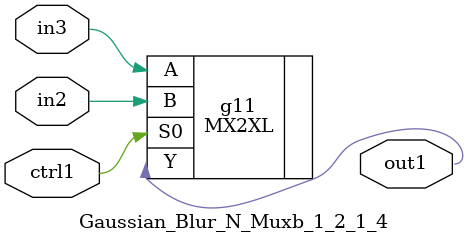
<source format=v>
`timescale 1ps / 1ps


module Gaussian_Blur_N_Muxb_1_2_1_4(in3, in2, ctrl1, out1);
  input in3, in2, ctrl1;
  output out1;
  wire in3, in2, ctrl1;
  wire out1;
  MX2XL g11(.A (in3), .B (in2), .S0 (ctrl1), .Y (out1));
endmodule


</source>
